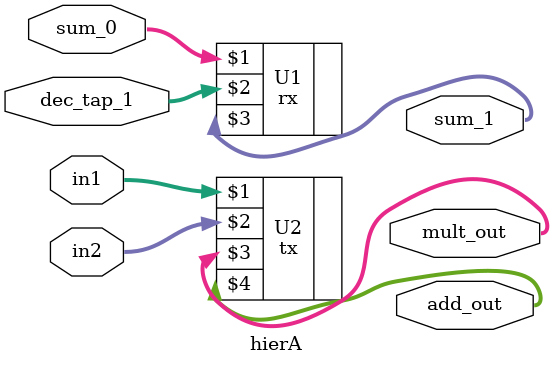
<source format=v>

module hierA (sum_0, dec_tap_1, sum_1, in1,in2,mult_out,add_out);

input [9:0]  sum_0;
input [9:0]  dec_tap_1;
input [63:0]  in1;
input [63:0]  in2;
output [127:0]  mult_out;
output [63:0]  add_out;
output [9:0]  sum_1;

rx U1 (sum_0, dec_tap_1, sum_1);

tx U2 (in1, in2, mult_out,add_out);

endmodule

</source>
